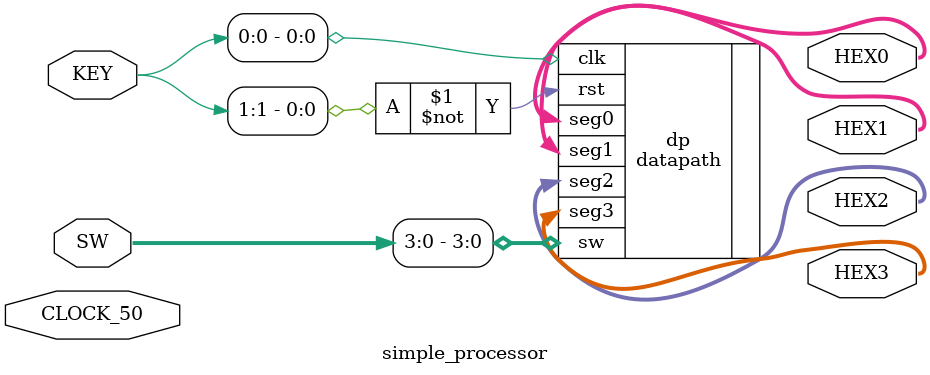
<source format=v>
module simple_processor(SW, HEX0, HEX1, HEX2, HEX3, KEY, CLOCK_50);
	output [6:0] HEX0, HEX1, HEX2, HEX3;
	input [9:0] SW;
	input [3:0] KEY;
	input CLOCK_50;
	
	datapath dp(.clk(KEY[0]), .rst(~KEY[1]), .sw(SW[3:0]), .seg0(HEX0), .seg1(HEX1), .seg2(HEX2), .seg3(HEX3));
endmodule
</source>
